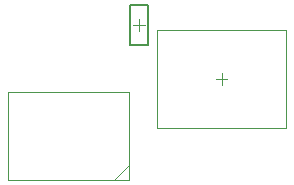
<source format=gbr>
%TF.GenerationSoftware,Altium Limited,Altium Designer,24.7.2 (38)*%
G04 Layer_Color=32768*
%FSLAX43Y43*%
%MOMM*%
%TF.SameCoordinates,A6C98B59-F63B-4C8E-8392-574C2285590F*%
%TF.FilePolarity,Positive*%
%TF.FileFunction,Other,Mechanical_15*%
%TF.Part,Single*%
G01*
G75*
%TA.AperFunction,NonConductor*%
%ADD35C,0.200*%
%ADD56C,0.100*%
%ADD59C,0.050*%
D35*
X14871Y21650D02*
X16421D01*
Y25050D01*
X14871D02*
X16421D01*
X14871Y21650D02*
Y25050D01*
D56*
X15146Y23350D02*
X16146D01*
X15646Y22850D02*
Y23850D01*
X14856Y10254D02*
Y17746D01*
X4544D02*
X14856D01*
X4544Y10254D02*
Y17746D01*
Y10254D02*
X14856D01*
X13586D02*
X14856Y11524D01*
X22657Y18321D02*
Y19321D01*
X22157Y18821D02*
X23157D01*
D59*
X17157Y14671D02*
X28157D01*
X17157Y22971D02*
X28157D01*
Y14671D02*
Y22971D01*
X17157Y14671D02*
Y22971D01*
%TF.MD5,99c0a636de7951f06e09bf5a73eb5a03*%
M02*

</source>
